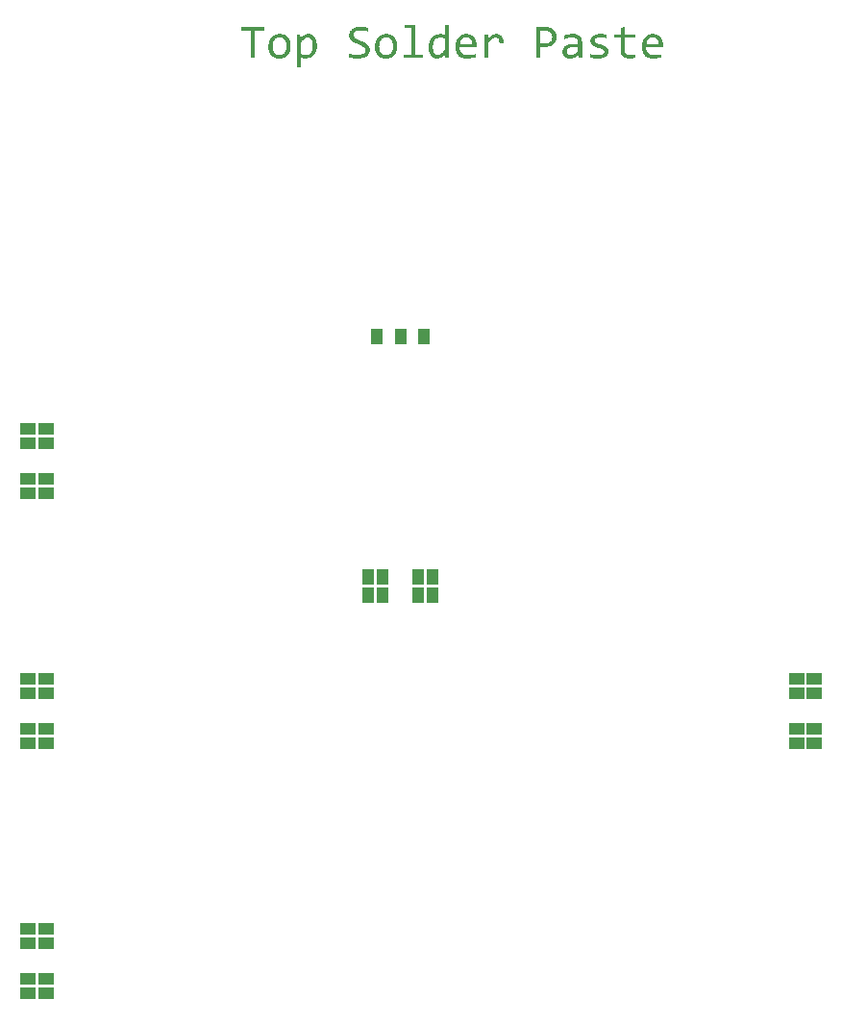
<source format=gtp>
G04*
G04 #@! TF.GenerationSoftware,Altium Limited,Altium Designer,20.0.10 (225)*
G04*
G04 Layer_Color=8421504*
%FSLAX25Y25*%
%MOIN*%
G70*
G01*
G75*
%ADD16R,0.05512X0.04331*%
%ADD17R,0.05512X0.04331*%
%ADD18R,0.05512X0.04331*%
%ADD19R,0.05512X0.04331*%
%ADD20R,0.04331X0.05512*%
%ADD21R,0.04331X0.05512*%
%ADD22R,0.05512X0.04331*%
%ADD23R,0.05512X0.04331*%
%ADD24R,0.05512X0.04331*%
%ADD25R,0.05512X0.04331*%
%ADD26R,0.04134X0.05315*%
G36*
X128328Y237279D02*
X128547Y237261D01*
X128656D01*
X128747Y237242D01*
X128947Y237224D01*
X129184Y237188D01*
X129239D01*
X129312Y237170D01*
X129385D01*
X129585Y237133D01*
X129822Y237097D01*
X129877D01*
X129949Y237078D01*
X130022Y237060D01*
X130223Y237024D01*
X130423Y236987D01*
Y235676D01*
X130387D01*
X130314Y235712D01*
X130186Y235730D01*
X130022Y235767D01*
X129840Y235803D01*
X129622Y235858D01*
X129148Y235930D01*
X129130D01*
X129039Y235949D01*
X128929Y235967D01*
X128765Y235985D01*
X128583Y236003D01*
X128364Y236022D01*
X127927Y236040D01*
X127727D01*
X127508Y236022D01*
X127235Y235985D01*
X126925Y235930D01*
X126615Y235858D01*
X126342Y235748D01*
X126087Y235603D01*
X126069Y235584D01*
X125996Y235530D01*
X125905Y235439D01*
X125795Y235311D01*
X125686Y235147D01*
X125595Y234947D01*
X125522Y234728D01*
X125504Y234473D01*
Y234455D01*
Y234400D01*
X125522Y234327D01*
X125540Y234218D01*
X125613Y233981D01*
X125668Y233854D01*
X125741Y233726D01*
X125759Y233708D01*
X125777Y233671D01*
X125832Y233617D01*
X125905Y233544D01*
X126105Y233362D01*
X126360Y233161D01*
X126378Y233143D01*
X126433Y233125D01*
X126506Y233070D01*
X126634Y233015D01*
X126761Y232943D01*
X126907Y232870D01*
X127271Y232724D01*
X127289D01*
X127362Y232687D01*
X127453Y232651D01*
X127599Y232596D01*
X127745Y232542D01*
X127909Y232469D01*
X128291Y232305D01*
X128310D01*
X128383Y232268D01*
X128492Y232232D01*
X128620Y232177D01*
X128784Y232104D01*
X128947Y232031D01*
X129330Y231849D01*
X129348Y231831D01*
X129421Y231813D01*
X129512Y231758D01*
X129640Y231685D01*
X129931Y231485D01*
X130223Y231248D01*
X130241Y231230D01*
X130296Y231193D01*
X130369Y231120D01*
X130460Y231011D01*
X130551Y230902D01*
X130660Y230756D01*
X130860Y230428D01*
X130879Y230410D01*
X130897Y230337D01*
X130933Y230246D01*
X130988Y230118D01*
X131043Y229954D01*
X131079Y229754D01*
X131097Y229554D01*
X131116Y229317D01*
Y229280D01*
Y229189D01*
X131097Y229043D01*
X131079Y228861D01*
X131043Y228661D01*
X130970Y228424D01*
X130897Y228187D01*
X130788Y227968D01*
X130770Y227950D01*
X130733Y227877D01*
X130660Y227768D01*
X130569Y227640D01*
X130441Y227495D01*
X130296Y227331D01*
X130113Y227167D01*
X129913Y227021D01*
X129895Y227003D01*
X129822Y226966D01*
X129694Y226893D01*
X129549Y226802D01*
X129348Y226711D01*
X129130Y226620D01*
X128875Y226529D01*
X128583Y226456D01*
X128547D01*
X128455Y226420D01*
X128291Y226401D01*
X128073Y226365D01*
X127818Y226329D01*
X127526Y226310D01*
X127198Y226274D01*
X126597D01*
X126451Y226292D01*
X126324D01*
X125996Y226310D01*
X125923D01*
X125850Y226329D01*
X125741D01*
X125486Y226365D01*
X125194Y226401D01*
X125121D01*
X125048Y226420D01*
X124957D01*
X124720Y226456D01*
X124465Y226493D01*
X124447D01*
X124411Y226511D01*
X124338Y226529D01*
X124265Y226547D01*
X124065Y226602D01*
X123846Y226657D01*
Y228060D01*
X123882Y228041D01*
X123955Y228023D01*
X124083Y227987D01*
X124247Y227932D01*
X124447Y227859D01*
X124684Y227804D01*
X124939Y227750D01*
X125212Y227695D01*
X125249D01*
X125340Y227677D01*
X125504Y227659D01*
X125723Y227640D01*
X125978Y227604D01*
X126269Y227586D01*
X126597Y227568D01*
X127217D01*
X127381Y227586D01*
X127563D01*
X127763Y227622D01*
X127964Y227640D01*
X128164Y227677D01*
X128182D01*
X128255Y227695D01*
X128328Y227731D01*
X128455Y227750D01*
X128711Y227859D01*
X128966Y227987D01*
X128984Y228005D01*
X129020Y228023D01*
X129075Y228078D01*
X129148Y228132D01*
X129312Y228296D01*
X129439Y228515D01*
Y228533D01*
X129458Y228570D01*
X129494Y228643D01*
X129512Y228734D01*
X129549Y228843D01*
X129567Y228971D01*
X129585Y229244D01*
Y229262D01*
Y229317D01*
X129567Y229390D01*
X129549Y229499D01*
X129476Y229736D01*
X129421Y229845D01*
X129330Y229973D01*
X129312Y229991D01*
X129294Y230027D01*
X129239Y230082D01*
X129166Y230155D01*
X129075Y230246D01*
X128966Y230337D01*
X128692Y230519D01*
X128674Y230537D01*
X128620Y230556D01*
X128547Y230610D01*
X128437Y230665D01*
X128310Y230738D01*
X128164Y230811D01*
X127800Y230975D01*
X127781Y230993D01*
X127708Y231011D01*
X127617Y231048D01*
X127472Y231102D01*
X127326Y231157D01*
X127144Y231230D01*
X126761Y231376D01*
X126743Y231394D01*
X126670Y231412D01*
X126579Y231467D01*
X126451Y231521D01*
X126287Y231594D01*
X126123Y231667D01*
X125741Y231849D01*
X125723Y231868D01*
X125650Y231904D01*
X125558Y231940D01*
X125431Y232013D01*
X125303Y232104D01*
X125139Y232195D01*
X124830Y232432D01*
X124811Y232451D01*
X124775Y232487D01*
X124702Y232560D01*
X124611Y232669D01*
X124520Y232779D01*
X124411Y232924D01*
X124210Y233234D01*
X124192Y233252D01*
X124174Y233325D01*
X124137Y233416D01*
X124101Y233544D01*
X124046Y233708D01*
X124010Y233890D01*
X123992Y234108D01*
X123973Y234327D01*
Y234345D01*
Y234418D01*
X123992Y234528D01*
X124010Y234673D01*
X124028Y234837D01*
X124065Y235019D01*
X124119Y235220D01*
X124192Y235420D01*
X124210Y235439D01*
X124229Y235511D01*
X124301Y235603D01*
X124374Y235730D01*
X124465Y235876D01*
X124593Y236040D01*
X124739Y236204D01*
X124903Y236368D01*
X124921Y236386D01*
X124994Y236441D01*
X125103Y236514D01*
X125249Y236605D01*
X125413Y236714D01*
X125631Y236823D01*
X125868Y236933D01*
X126142Y237042D01*
X126178Y237060D01*
X126287Y237078D01*
X126433Y237115D01*
X126652Y237170D01*
X126925Y237224D01*
X127235Y237261D01*
X127581Y237279D01*
X127964Y237297D01*
X128146D01*
X128328Y237279D01*
D02*
G37*
G36*
X158537Y226420D02*
X157243D01*
X157188Y227968D01*
Y227950D01*
X157170Y227932D01*
X157079Y227823D01*
X156970Y227677D01*
X156806Y227477D01*
X156605Y227276D01*
X156387Y227057D01*
X156150Y226857D01*
X155895Y226675D01*
X155858Y226657D01*
X155767Y226620D01*
X155640Y226547D01*
X155439Y226474D01*
X155221Y226401D01*
X154966Y226329D01*
X154692Y226292D01*
X154383Y226274D01*
X154273D01*
X154128Y226292D01*
X153963Y226310D01*
X153781Y226347D01*
X153563Y226401D01*
X153362Y226474D01*
X153144Y226566D01*
X153125Y226584D01*
X153052Y226620D01*
X152961Y226693D01*
X152834Y226784D01*
X152688Y226893D01*
X152542Y227039D01*
X152397Y227203D01*
X152251Y227385D01*
X152233Y227404D01*
X152196Y227477D01*
X152123Y227604D01*
X152050Y227750D01*
X151959Y227950D01*
X151868Y228169D01*
X151777Y228406D01*
X151704Y228679D01*
Y228715D01*
X151686Y228806D01*
X151650Y228971D01*
X151631Y229171D01*
X151595Y229426D01*
X151558Y229717D01*
X151540Y230027D01*
Y230355D01*
Y230373D01*
Y230410D01*
Y230465D01*
Y230537D01*
X151558Y230720D01*
X151577Y230975D01*
X151613Y231266D01*
X151650Y231576D01*
X151723Y231904D01*
X151814Y232214D01*
Y232232D01*
X151832Y232250D01*
X151868Y232359D01*
X151941Y232505D01*
X152032Y232687D01*
X152141Y232906D01*
X152287Y233143D01*
X152451Y233380D01*
X152633Y233598D01*
X152652Y233617D01*
X152725Y233689D01*
X152834Y233799D01*
X152998Y233926D01*
X153180Y234054D01*
X153399Y234200D01*
X153636Y234327D01*
X153909Y234455D01*
X153945Y234473D01*
X154036Y234509D01*
X154200Y234546D01*
X154401Y234600D01*
X154638Y234655D01*
X154929Y234710D01*
X155239Y234728D01*
X155567Y234746D01*
X155804D01*
X156059Y234728D01*
X156332Y234692D01*
X156350D01*
X156405Y234673D01*
X156478D01*
X156569Y234655D01*
X156824Y234600D01*
X157097Y234528D01*
Y238008D01*
X158537D01*
Y226420D01*
D02*
G37*
G36*
X211521Y234783D02*
X211703D01*
X212122Y234746D01*
X212140D01*
X212231Y234728D01*
X212340D01*
X212504Y234710D01*
X212687Y234673D01*
X212887Y234655D01*
X213124Y234600D01*
X213361Y234564D01*
Y233289D01*
X213324D01*
X213251Y233325D01*
X213124Y233343D01*
X212942Y233380D01*
X212759Y233416D01*
X212541Y233453D01*
X212085Y233525D01*
X212067D01*
X211976Y233544D01*
X211867Y233562D01*
X211721Y233580D01*
X211557D01*
X211393Y233598D01*
X211029Y233617D01*
X210846D01*
X210719Y233598D01*
X210427Y233580D01*
X210136Y233525D01*
X210118D01*
X210081Y233507D01*
X210008Y233489D01*
X209917Y233471D01*
X209735Y233380D01*
X209535Y233289D01*
X209498Y233270D01*
X209407Y233198D01*
X209316Y233088D01*
X209225Y232961D01*
X209207Y232924D01*
X209188Y232833D01*
X209152Y232706D01*
X209134Y232542D01*
Y232523D01*
Y232505D01*
X209152Y232414D01*
X209170Y232287D01*
X209207Y232141D01*
X209225Y232104D01*
X209279Y232031D01*
X209389Y231922D01*
X209535Y231795D01*
X209553D01*
X209571Y231758D01*
X209626Y231740D01*
X209699Y231685D01*
X209808Y231631D01*
X209917Y231576D01*
X210045Y231521D01*
X210190Y231448D01*
X210209D01*
X210263Y231412D01*
X210354Y231394D01*
X210482Y231339D01*
X210646Y231284D01*
X210828Y231230D01*
X211029Y231175D01*
X211265Y231102D01*
X211302Y231084D01*
X211393Y231066D01*
X211521Y231029D01*
X211703Y230957D01*
X211903Y230902D01*
X212104Y230811D01*
X212304Y230738D01*
X212504Y230647D01*
X212523Y230628D01*
X212596Y230610D01*
X212668Y230556D01*
X212796Y230501D01*
X213051Y230319D01*
X213306Y230118D01*
X213324Y230100D01*
X213361Y230064D01*
X213415Y230009D01*
X213488Y229936D01*
X213634Y229736D01*
X213707Y229608D01*
X213761Y229481D01*
Y229462D01*
X213780Y229426D01*
X213816Y229335D01*
X213834Y229244D01*
X213871Y229116D01*
X213889Y228989D01*
X213907Y228661D01*
Y228643D01*
Y228588D01*
Y228497D01*
X213889Y228406D01*
X213834Y228151D01*
X213743Y227877D01*
Y227859D01*
X213725Y227823D01*
X213689Y227750D01*
X213634Y227677D01*
X213507Y227477D01*
X213342Y227258D01*
X213324Y227240D01*
X213306Y227221D01*
X213251Y227167D01*
X213178Y227112D01*
X212978Y226966D01*
X212741Y226802D01*
X212723D01*
X212687Y226766D01*
X212614Y226748D01*
X212523Y226693D01*
X212304Y226602D01*
X212031Y226511D01*
X212012D01*
X211976Y226493D01*
X211885Y226474D01*
X211794Y226456D01*
X211684Y226420D01*
X211539Y226401D01*
X211247Y226347D01*
X211229D01*
X211174Y226329D01*
X211101D01*
X210992Y226310D01*
X210755Y226292D01*
X210464Y226274D01*
X210154D01*
X209954Y226292D01*
X209717D01*
X209462Y226310D01*
X208915Y226347D01*
X208879D01*
X208806Y226365D01*
X208660Y226383D01*
X208496Y226401D01*
X208277Y226438D01*
X208059Y226474D01*
X207567Y226584D01*
Y227895D01*
X207603D01*
X207694Y227859D01*
X207822Y227823D01*
X208004Y227768D01*
X208223Y227713D01*
X208459Y227659D01*
X208988Y227568D01*
X209024D01*
X209116Y227549D01*
X209243Y227531D01*
X209425D01*
X209644Y227513D01*
X209881Y227495D01*
X210409Y227477D01*
X210573D01*
X210755Y227495D01*
X210974Y227513D01*
X211229Y227549D01*
X211484Y227586D01*
X211721Y227659D01*
X211921Y227750D01*
X211940Y227768D01*
X211994Y227804D01*
X212085Y227859D01*
X212176Y227950D01*
X212267Y228060D01*
X212359Y228205D01*
X212413Y228369D01*
X212432Y228552D01*
Y228570D01*
Y228588D01*
X212413Y228679D01*
X212395Y228806D01*
X212340Y228934D01*
X212322Y228971D01*
X212286Y229043D01*
X212195Y229153D01*
X212049Y229280D01*
X212012Y229317D01*
X211958Y229335D01*
X211903Y229390D01*
X211812Y229426D01*
X211703Y229481D01*
X211557Y229554D01*
X211411Y229608D01*
X211393D01*
X211338Y229645D01*
X211247Y229681D01*
X211101Y229736D01*
X210937Y229790D01*
X210737Y229863D01*
X210518Y229936D01*
X210245Y230009D01*
X210227D01*
X210154Y230046D01*
X210045Y230064D01*
X209917Y230118D01*
X209753Y230173D01*
X209589Y230228D01*
X209225Y230374D01*
X209207Y230392D01*
X209152Y230410D01*
X209061Y230465D01*
X208951Y230519D01*
X208678Y230665D01*
X208405Y230865D01*
X208387Y230884D01*
X208350Y230920D01*
X208277Y230975D01*
X208204Y231066D01*
X208022Y231266D01*
X207858Y231540D01*
Y231558D01*
X207822Y231612D01*
X207804Y231685D01*
X207767Y231795D01*
X207731Y231922D01*
X207713Y232086D01*
X207676Y232268D01*
Y232451D01*
Y232469D01*
Y232505D01*
Y232578D01*
X207694Y232669D01*
X207713Y232779D01*
X207731Y232906D01*
X207822Y233198D01*
Y233216D01*
X207858Y233270D01*
X207895Y233343D01*
X207949Y233453D01*
X208022Y233562D01*
X208113Y233689D01*
X208241Y233835D01*
X208368Y233963D01*
X208387Y233981D01*
X208441Y234017D01*
X208532Y234090D01*
X208642Y234181D01*
X208787Y234273D01*
X208970Y234364D01*
X209170Y234473D01*
X209407Y234564D01*
X209443Y234582D01*
X209535Y234600D01*
X209662Y234637D01*
X209862Y234692D01*
X210099Y234728D01*
X210373Y234765D01*
X210701Y234783D01*
X211047Y234801D01*
X211375D01*
X211521Y234783D01*
D02*
G37*
G36*
X110199Y234783D02*
X110363Y234764D01*
X110564Y234728D01*
X110764Y234673D01*
X110983Y234600D01*
X111183Y234491D01*
X111201Y234473D01*
X111274Y234436D01*
X111365Y234364D01*
X111493Y234273D01*
X111638Y234163D01*
X111784Y234017D01*
X111930Y233854D01*
X112076Y233653D01*
X112094Y233635D01*
X112130Y233562D01*
X112203Y233453D01*
X112276Y233289D01*
X112367Y233106D01*
X112458Y232888D01*
X112549Y232633D01*
X112622Y232359D01*
Y232323D01*
X112659Y232232D01*
X112677Y232068D01*
X112713Y231868D01*
X112750Y231631D01*
X112768Y231339D01*
X112804Y231029D01*
Y230683D01*
Y230665D01*
Y230628D01*
Y230574D01*
Y230501D01*
X112786Y230282D01*
X112768Y230027D01*
X112732Y229717D01*
X112677Y229408D01*
X112604Y229080D01*
X112495Y228752D01*
X112477Y228715D01*
X112440Y228624D01*
X112367Y228479D01*
X112276Y228278D01*
X112149Y228078D01*
X112003Y227841D01*
X111839Y227622D01*
X111638Y227404D01*
X111620Y227385D01*
X111547Y227312D01*
X111420Y227221D01*
X111274Y227094D01*
X111092Y226966D01*
X110855Y226820D01*
X110618Y226693D01*
X110345Y226584D01*
X110308Y226566D01*
X110217Y226547D01*
X110072Y226511D01*
X109871Y226456D01*
X109634Y226401D01*
X109361Y226365D01*
X109069Y226347D01*
X108760Y226329D01*
X108505D01*
X108268Y226347D01*
X107976Y226383D01*
X107903D01*
X107831Y226401D01*
X107739Y226420D01*
X107612D01*
X107484Y226438D01*
X107193Y226493D01*
Y223049D01*
X105772D01*
Y234655D01*
X107029D01*
X107120Y233270D01*
Y233289D01*
X107156Y233307D01*
X107229Y233416D01*
X107357Y233562D01*
X107521Y233726D01*
X107721Y233926D01*
X107940Y234127D01*
X108177Y234309D01*
X108432Y234455D01*
X108468Y234473D01*
X108559Y234509D01*
X108687Y234564D01*
X108887Y234637D01*
X109106Y234692D01*
X109361Y234746D01*
X109652Y234783D01*
X109944Y234801D01*
X110072D01*
X110199Y234783D01*
D02*
G37*
G36*
X175190Y234783D02*
X175281D01*
X175408Y234765D01*
X175700Y234692D01*
X176010Y234600D01*
X176320Y234455D01*
X176629Y234236D01*
X176775Y234109D01*
X176902Y233963D01*
X176939Y233926D01*
X176957Y233872D01*
X177012Y233817D01*
X177048Y233726D01*
X177103Y233617D01*
X177176Y233489D01*
X177230Y233343D01*
X177285Y233179D01*
X177340Y233015D01*
X177394Y232815D01*
X177449Y232596D01*
X177486Y232341D01*
X177504Y232086D01*
X177522Y231813D01*
Y231521D01*
X176083D01*
Y231540D01*
Y231576D01*
Y231631D01*
Y231703D01*
X176064Y231886D01*
X176046Y232104D01*
X176010Y232359D01*
X175955Y232614D01*
X175864Y232870D01*
X175755Y233070D01*
X175736Y233088D01*
X175700Y233143D01*
X175609Y233234D01*
X175499Y233325D01*
X175354Y233398D01*
X175190Y233489D01*
X174989Y233544D01*
X174752Y233562D01*
X174643D01*
X174589Y233544D01*
X174406Y233525D01*
X174188Y233453D01*
X174170D01*
X174133Y233434D01*
X174078Y233416D01*
X174005Y233380D01*
X173805Y233270D01*
X173586Y233125D01*
X173568Y233106D01*
X173532Y233088D01*
X173477Y233034D01*
X173386Y232979D01*
X173186Y232779D01*
X172931Y232542D01*
X172912Y232523D01*
X172876Y232487D01*
X172803Y232414D01*
X172712Y232305D01*
X172603Y232177D01*
X172475Y232050D01*
X172347Y231886D01*
X172202Y231703D01*
Y226420D01*
X170762D01*
Y234655D01*
X172056D01*
X172092Y233125D01*
Y233143D01*
X172129Y233161D01*
X172220Y233270D01*
X172366Y233416D01*
X172548Y233617D01*
X172767Y233817D01*
X173003Y234036D01*
X173258Y234236D01*
X173532Y234400D01*
X173568Y234418D01*
X173659Y234455D01*
X173787Y234528D01*
X173987Y234600D01*
X174188Y234673D01*
X174443Y234746D01*
X174698Y234783D01*
X174971Y234801D01*
X175099D01*
X175190Y234783D01*
D02*
G37*
G36*
X201955D02*
X202155Y234765D01*
X202392Y234728D01*
X202848Y234637D01*
X202866D01*
X202957Y234600D01*
X203066Y234564D01*
X203194Y234509D01*
X203358Y234436D01*
X203522Y234345D01*
X203686Y234254D01*
X203850Y234127D01*
X203868Y234109D01*
X203923Y234072D01*
X203996Y233999D01*
X204087Y233908D01*
X204196Y233781D01*
X204305Y233635D01*
X204397Y233471D01*
X204488Y233289D01*
X204506Y233270D01*
X204524Y233198D01*
X204560Y233088D01*
X204615Y232943D01*
X204651Y232779D01*
X204688Y232560D01*
X204706Y232341D01*
X204724Y232086D01*
Y226420D01*
X203431D01*
X203394Y227513D01*
X203358Y227477D01*
X203285Y227404D01*
X203139Y227294D01*
X202975Y227149D01*
X202757Y227003D01*
X202538Y226839D01*
X202283Y226693D01*
X202028Y226566D01*
X201991Y226547D01*
X201900Y226529D01*
X201773Y226474D01*
X201591Y226420D01*
X201372Y226365D01*
X201117Y226329D01*
X200862Y226292D01*
X200570Y226274D01*
X200461D01*
X200333Y226292D01*
X200169D01*
X199969Y226310D01*
X199769Y226347D01*
X199368Y226438D01*
X199349D01*
X199295Y226474D01*
X199204Y226511D01*
X199076Y226566D01*
X198821Y226729D01*
X198548Y226930D01*
X198530Y226948D01*
X198493Y226985D01*
X198439Y227057D01*
X198366Y227149D01*
X198293Y227258D01*
X198202Y227385D01*
X198074Y227677D01*
Y227695D01*
X198056Y227750D01*
X198038Y227841D01*
X198001Y227950D01*
X197983Y228096D01*
X197947Y228260D01*
X197928Y228606D01*
Y228624D01*
Y228661D01*
Y228734D01*
X197947Y228806D01*
X197965Y228916D01*
X197983Y229043D01*
X198038Y229317D01*
X198147Y229626D01*
X198311Y229954D01*
X198420Y230118D01*
X198548Y230264D01*
X198675Y230410D01*
X198839Y230556D01*
X198858D01*
X198876Y230592D01*
X198931Y230628D01*
X199022Y230665D01*
X199113Y230720D01*
X199222Y230774D01*
X199368Y230847D01*
X199532Y230920D01*
X199714Y230975D01*
X199914Y231048D01*
X200133Y231102D01*
X200388Y231157D01*
X200643Y231193D01*
X200935Y231230D01*
X201244Y231266D01*
X203285D01*
Y231977D01*
Y232013D01*
Y232104D01*
X203267Y232232D01*
X203230Y232396D01*
X203176Y232578D01*
X203085Y232779D01*
X202975Y232961D01*
X202811Y233143D01*
X202793Y233161D01*
X202720Y233216D01*
X202611Y233289D01*
X202465Y233362D01*
X202265Y233434D01*
X202010Y233507D01*
X201718Y233562D01*
X201390Y233580D01*
X201135D01*
X200953Y233562D01*
X200734Y233544D01*
X200516Y233507D01*
X200005Y233416D01*
X199969D01*
X199896Y233380D01*
X199750Y233343D01*
X199586Y233307D01*
X199368Y233234D01*
X199131Y233161D01*
X198876Y233070D01*
X198621Y232979D01*
Y234273D01*
X198639D01*
X198675Y234291D01*
X198712Y234309D01*
X198785Y234327D01*
X198967Y234382D01*
X199204Y234455D01*
X199222D01*
X199258Y234473D01*
X199331Y234491D01*
X199422Y234509D01*
X199659Y234564D01*
X199914Y234619D01*
X199933D01*
X199987Y234637D01*
X200060Y234655D01*
X200151Y234673D01*
X200260Y234692D01*
X200388Y234710D01*
X200680Y234746D01*
X200698D01*
X200752Y234765D01*
X200825D01*
X200935Y234783D01*
X201062D01*
X201190Y234801D01*
X201773D01*
X201955Y234783D01*
D02*
G37*
G36*
X192390Y237115D02*
X192626Y237097D01*
X192881Y237060D01*
X193428Y236951D01*
X193465D01*
X193556Y236914D01*
X193683Y236878D01*
X193865Y236805D01*
X194066Y236732D01*
X194266Y236623D01*
X194485Y236514D01*
X194703Y236368D01*
X194722Y236350D01*
X194794Y236295D01*
X194904Y236222D01*
X195031Y236094D01*
X195177Y235949D01*
X195323Y235785D01*
X195469Y235584D01*
X195596Y235366D01*
X195614Y235329D01*
X195651Y235256D01*
X195705Y235129D01*
X195760Y234947D01*
X195815Y234728D01*
X195870Y234473D01*
X195906Y234181D01*
X195924Y233854D01*
Y233817D01*
Y233744D01*
X195906Y233617D01*
X195888Y233453D01*
X195870Y233252D01*
X195815Y233015D01*
X195760Y232779D01*
X195669Y232542D01*
X195651Y232505D01*
X195633Y232432D01*
X195560Y232305D01*
X195487Y232159D01*
X195378Y231977D01*
X195250Y231795D01*
X195086Y231594D01*
X194904Y231394D01*
X194886Y231376D01*
X194813Y231303D01*
X194703Y231212D01*
X194558Y231102D01*
X194357Y230975D01*
X194139Y230829D01*
X193884Y230701D01*
X193592Y230574D01*
X193556Y230556D01*
X193446Y230519D01*
X193282Y230483D01*
X193045Y230428D01*
X192772Y230355D01*
X192444Y230319D01*
X192061Y230282D01*
X191661Y230264D01*
X190349D01*
Y226420D01*
X188891D01*
Y237133D01*
X192189D01*
X192390Y237115D01*
D02*
G37*
G36*
X146949Y227604D02*
X149408D01*
Y226420D01*
X142813D01*
Y227604D01*
X145509D01*
Y236842D01*
X143086D01*
Y238008D01*
X146949D01*
Y227604D01*
D02*
G37*
G36*
X94512Y235894D02*
X91341D01*
Y226420D01*
X89865D01*
Y235894D01*
X86695D01*
Y237133D01*
X94512D01*
Y235894D01*
D02*
G37*
G36*
X219537Y234655D02*
X223254D01*
Y233453D01*
X219537D01*
Y229262D01*
Y229244D01*
Y229226D01*
Y229116D01*
X219555Y228971D01*
X219592Y228770D01*
X219647Y228552D01*
X219738Y228333D01*
X219847Y228132D01*
X220011Y227950D01*
X220029Y227932D01*
X220102Y227877D01*
X220211Y227804D01*
X220357Y227732D01*
X220558Y227659D01*
X220795Y227586D01*
X221068Y227531D01*
X221396Y227513D01*
X221651D01*
X221778Y227531D01*
X221942D01*
X222270Y227568D01*
X222288D01*
X222361Y227586D01*
X222452D01*
X222580Y227622D01*
X222726Y227641D01*
X222890Y227677D01*
X223254Y227768D01*
Y226529D01*
X223236D01*
X223163Y226511D01*
X223072Y226493D01*
X222944Y226474D01*
X222780Y226438D01*
X222617Y226420D01*
X222234Y226365D01*
X222143D01*
X222052Y226347D01*
X221906D01*
X221760Y226329D01*
X221578D01*
X221195Y226310D01*
X221049D01*
X220940Y226329D01*
X220813D01*
X220667Y226347D01*
X220321Y226401D01*
X219956Y226474D01*
X219574Y226602D01*
X219209Y226766D01*
X219027Y226875D01*
X218881Y227003D01*
X218845Y227039D01*
X218754Y227130D01*
X218644Y227294D01*
X218499Y227531D01*
X218353Y227841D01*
X218244Y228205D01*
X218153Y228643D01*
X218116Y229153D01*
Y233453D01*
X215820D01*
Y234655D01*
X218116D01*
Y236914D01*
X219537Y237297D01*
Y234655D01*
D02*
G37*
G36*
X229558Y234783D02*
X229759Y234765D01*
X229996Y234728D01*
X230251Y234692D01*
X230506Y234619D01*
X230761Y234528D01*
X230797Y234509D01*
X230870Y234473D01*
X230998Y234418D01*
X231162Y234327D01*
X231326Y234218D01*
X231526Y234090D01*
X231708Y233926D01*
X231891Y233744D01*
X231909Y233726D01*
X231963Y233653D01*
X232054Y233544D01*
X232146Y233416D01*
X232255Y233234D01*
X232382Y233034D01*
X232492Y232797D01*
X232583Y232542D01*
X232601Y232505D01*
X232619Y232414D01*
X232656Y232268D01*
X232710Y232086D01*
X232747Y231849D01*
X232783Y231594D01*
X232802Y231303D01*
X232820Y230975D01*
Y230957D01*
Y230920D01*
Y230865D01*
Y230792D01*
Y230628D01*
X232802Y230446D01*
Y230410D01*
Y230319D01*
Y230209D01*
X232783Y230082D01*
X227008Y230082D01*
Y230064D01*
Y230027D01*
Y229954D01*
X227026Y229882D01*
Y229772D01*
X227044Y229645D01*
X227099Y229353D01*
X227171Y229043D01*
X227299Y228715D01*
X227463Y228406D01*
X227700Y228132D01*
X227736Y228096D01*
X227827Y228023D01*
X227991Y227914D01*
X228228Y227804D01*
X228520Y227677D01*
X228866Y227568D01*
X229267Y227495D01*
X229741Y227458D01*
X230196D01*
X230451Y227477D01*
X230506D01*
X230579Y227495D01*
X230670D01*
X230907Y227531D01*
X231143Y227549D01*
X231162D01*
X231198Y227568D01*
X231271D01*
X231362Y227586D01*
X231562Y227622D01*
X231799Y227659D01*
X231818D01*
X231854Y227677D01*
X231909Y227695D01*
X231982Y227713D01*
X232182Y227750D01*
X232382Y227804D01*
Y226638D01*
X232364D01*
X232273Y226620D01*
X232164Y226584D01*
X232000Y226547D01*
X231799Y226511D01*
X231581Y226456D01*
X231326Y226420D01*
X231052Y226383D01*
X231016D01*
X230925Y226365D01*
X230779Y226347D01*
X230597Y226329D01*
X230360Y226310D01*
X230105Y226292D01*
X229832Y226274D01*
X229358Y226274D01*
X229157Y226292D01*
X228921Y226310D01*
X228629Y226347D01*
X228319Y226383D01*
X228010Y226456D01*
X227718Y226547D01*
X227682Y226566D01*
X227590Y226602D01*
X227445Y226675D01*
X227281Y226766D01*
X227080Y226875D01*
X226862Y227021D01*
X226661Y227185D01*
X226461Y227385D01*
X226443Y227404D01*
X226388Y227477D01*
X226297Y227604D01*
X226188Y227750D01*
X226060Y227950D01*
X225951Y228169D01*
X225823Y228442D01*
X225732Y228715D01*
Y228734D01*
Y228752D01*
X225696Y228861D01*
X225659Y229025D01*
X225623Y229244D01*
X225586Y229517D01*
X225550Y229809D01*
X225532Y230155D01*
X225514Y230519D01*
Y230537D01*
Y230556D01*
Y230665D01*
X225532Y230829D01*
X225550Y231048D01*
X225568Y231284D01*
X225623Y231558D01*
X225677Y231849D01*
X225750Y232141D01*
Y232159D01*
X225768Y232177D01*
X225805Y232268D01*
X225860Y232414D01*
X225933Y232614D01*
X226042Y232815D01*
X226169Y233052D01*
X226315Y233289D01*
X226479Y233507D01*
X226497Y233525D01*
X226570Y233598D01*
X226679Y233708D01*
X226807Y233854D01*
X226989Y233999D01*
X227190Y234163D01*
X227408Y234309D01*
X227663Y234455D01*
X227700Y234473D01*
X227791Y234509D01*
X227937Y234564D01*
X228119Y234637D01*
X228356Y234692D01*
X228629Y234746D01*
X228921Y234783D01*
X229248Y234801D01*
X229394D01*
X229558Y234783D01*
D02*
G37*
G36*
X164895Y234783D02*
X165096Y234765D01*
X165333Y234728D01*
X165588Y234692D01*
X165843Y234619D01*
X166098Y234528D01*
X166135Y234509D01*
X166207Y234473D01*
X166335Y234418D01*
X166499Y234327D01*
X166663Y234218D01*
X166863Y234090D01*
X167045Y233926D01*
X167228Y233744D01*
X167246Y233726D01*
X167300Y233653D01*
X167392Y233544D01*
X167483Y233416D01*
X167592Y233234D01*
X167720Y233034D01*
X167829Y232797D01*
X167920Y232542D01*
X167938Y232505D01*
X167956Y232414D01*
X167993Y232268D01*
X168048Y232086D01*
X168084Y231849D01*
X168121Y231594D01*
X168139Y231303D01*
X168157Y230975D01*
Y230957D01*
Y230920D01*
Y230865D01*
Y230792D01*
Y230628D01*
X168139Y230446D01*
Y230410D01*
Y230319D01*
Y230209D01*
X168121Y230082D01*
X162345D01*
Y230064D01*
Y230027D01*
Y229954D01*
X162363Y229882D01*
Y229772D01*
X162381Y229645D01*
X162436Y229353D01*
X162509Y229043D01*
X162636Y228715D01*
X162800Y228406D01*
X163037Y228132D01*
X163074Y228096D01*
X163165Y228023D01*
X163329Y227914D01*
X163566Y227804D01*
X163857Y227677D01*
X164203Y227568D01*
X164604Y227495D01*
X165078Y227458D01*
X165533D01*
X165788Y227477D01*
X165843D01*
X165916Y227495D01*
X166007D01*
X166244Y227531D01*
X166481Y227549D01*
X166499D01*
X166535Y227568D01*
X166608D01*
X166699Y227586D01*
X166900Y227622D01*
X167137Y227659D01*
X167155D01*
X167191Y227677D01*
X167246Y227695D01*
X167319Y227713D01*
X167519Y227750D01*
X167720Y227804D01*
Y226638D01*
X167701D01*
X167610Y226620D01*
X167501Y226584D01*
X167337Y226547D01*
X167137Y226511D01*
X166918Y226456D01*
X166663Y226420D01*
X166390Y226383D01*
X166353D01*
X166262Y226365D01*
X166116Y226347D01*
X165934Y226329D01*
X165697Y226310D01*
X165442Y226292D01*
X165169Y226274D01*
X164695D01*
X164495Y226292D01*
X164258Y226310D01*
X163966Y226347D01*
X163656Y226383D01*
X163347Y226456D01*
X163055Y226547D01*
X163019Y226566D01*
X162928Y226602D01*
X162782Y226675D01*
X162618Y226766D01*
X162418Y226875D01*
X162199Y227021D01*
X161998Y227185D01*
X161798Y227385D01*
X161780Y227404D01*
X161725Y227477D01*
X161634Y227604D01*
X161525Y227750D01*
X161397Y227950D01*
X161288Y228169D01*
X161160Y228442D01*
X161069Y228715D01*
Y228734D01*
Y228752D01*
X161033Y228861D01*
X160996Y229025D01*
X160960Y229244D01*
X160924Y229517D01*
X160887Y229809D01*
X160869Y230155D01*
X160851Y230519D01*
Y230537D01*
Y230556D01*
Y230665D01*
X160869Y230829D01*
X160887Y231048D01*
X160905Y231284D01*
X160960Y231558D01*
X161015Y231849D01*
X161088Y232141D01*
Y232159D01*
X161106Y232177D01*
X161142Y232268D01*
X161197Y232414D01*
X161270Y232614D01*
X161379Y232815D01*
X161507Y233052D01*
X161652Y233289D01*
X161816Y233507D01*
X161835Y233525D01*
X161907Y233598D01*
X162017Y233708D01*
X162144Y233854D01*
X162327Y233999D01*
X162527Y234163D01*
X162746Y234309D01*
X163001Y234455D01*
X163037Y234473D01*
X163128Y234509D01*
X163274Y234564D01*
X163456Y234637D01*
X163693Y234692D01*
X163966Y234746D01*
X164258Y234783D01*
X164586Y234801D01*
X164732D01*
X164895Y234783D01*
D02*
G37*
G36*
X137183D02*
X137383Y234765D01*
X137638Y234728D01*
X137893Y234673D01*
X138167Y234600D01*
X138440Y234509D01*
X138477Y234491D01*
X138568Y234455D01*
X138695Y234400D01*
X138859Y234309D01*
X139041Y234200D01*
X139242Y234054D01*
X139442Y233890D01*
X139624Y233708D01*
X139643Y233689D01*
X139697Y233617D01*
X139788Y233507D01*
X139898Y233343D01*
X140025Y233161D01*
X140153Y232924D01*
X140262Y232669D01*
X140371Y232396D01*
X140390Y232359D01*
X140408Y232250D01*
X140463Y232086D01*
X140517Y231886D01*
X140554Y231612D01*
X140608Y231303D01*
X140627Y230957D01*
X140645Y230592D01*
Y230574D01*
Y230556D01*
Y230501D01*
Y230428D01*
X140627Y230246D01*
X140608Y230009D01*
X140572Y229736D01*
X140535Y229444D01*
X140463Y229134D01*
X140371Y228825D01*
X140353Y228788D01*
X140317Y228697D01*
X140262Y228551D01*
X140171Y228369D01*
X140062Y228151D01*
X139934Y227914D01*
X139770Y227677D01*
X139588Y227458D01*
X139570Y227440D01*
X139497Y227367D01*
X139388Y227258D01*
X139242Y227130D01*
X139059Y227003D01*
X138859Y226857D01*
X138604Y226711D01*
X138349Y226584D01*
X138312Y226566D01*
X138221Y226529D01*
X138076Y226493D01*
X137875Y226438D01*
X137620Y226365D01*
X137347Y226329D01*
X137037Y226292D01*
X136691Y226274D01*
X136545D01*
X136363Y226292D01*
X136163Y226310D01*
X135907Y226347D01*
X135634Y226383D01*
X135361Y226456D01*
X135088Y226547D01*
X135051Y226566D01*
X134978Y226602D01*
X134851Y226657D01*
X134687Y226748D01*
X134486Y226857D01*
X134304Y227003D01*
X134104Y227167D01*
X133903Y227349D01*
X133885Y227367D01*
X133830Y227440D01*
X133739Y227549D01*
X133630Y227713D01*
X133521Y227895D01*
X133393Y228132D01*
X133284Y228387D01*
X133175Y228661D01*
Y228679D01*
X133156Y228697D01*
X133138Y228806D01*
X133102Y228971D01*
X133047Y229189D01*
X132992Y229462D01*
X132956Y229772D01*
X132938Y230118D01*
X132919Y230483D01*
Y230501D01*
Y230519D01*
Y230574D01*
Y230647D01*
X132938Y230829D01*
X132956Y231048D01*
X132974Y231321D01*
X133029Y231612D01*
X133083Y231922D01*
X133175Y232214D01*
Y232232D01*
X133193Y232250D01*
X133229Y232341D01*
X133284Y232505D01*
X133375Y232687D01*
X133484Y232906D01*
X133630Y233125D01*
X133776Y233362D01*
X133958Y233580D01*
X133976Y233598D01*
X134049Y233671D01*
X134158Y233781D01*
X134304Y233908D01*
X134486Y234054D01*
X134705Y234200D01*
X134942Y234345D01*
X135197Y234473D01*
X135233Y234491D01*
X135325Y234528D01*
X135470Y234582D01*
X135671Y234637D01*
X135926Y234692D01*
X136199Y234746D01*
X136509Y234783D01*
X136855Y234801D01*
X137001D01*
X137183Y234783D01*
D02*
G37*
G36*
X100233Y234783D02*
X100433Y234764D01*
X100688Y234728D01*
X100943Y234673D01*
X101217Y234600D01*
X101490Y234509D01*
X101526Y234491D01*
X101617Y234455D01*
X101745Y234400D01*
X101909Y234309D01*
X102091Y234200D01*
X102292Y234054D01*
X102492Y233890D01*
X102674Y233708D01*
X102692Y233689D01*
X102747Y233617D01*
X102838Y233507D01*
X102947Y233343D01*
X103075Y233161D01*
X103203Y232924D01*
X103312Y232669D01*
X103421Y232396D01*
X103439Y232359D01*
X103458Y232250D01*
X103512Y232086D01*
X103567Y231886D01*
X103603Y231612D01*
X103658Y231303D01*
X103676Y230957D01*
X103694Y230592D01*
Y230574D01*
Y230556D01*
Y230501D01*
Y230428D01*
X103676Y230246D01*
X103658Y230009D01*
X103622Y229736D01*
X103585Y229444D01*
X103512Y229134D01*
X103421Y228825D01*
X103403Y228788D01*
X103367Y228697D01*
X103312Y228551D01*
X103221Y228369D01*
X103112Y228151D01*
X102984Y227914D01*
X102820Y227677D01*
X102638Y227458D01*
X102620Y227440D01*
X102547Y227367D01*
X102437Y227258D01*
X102292Y227130D01*
X102109Y227003D01*
X101909Y226857D01*
X101654Y226711D01*
X101399Y226584D01*
X101362Y226566D01*
X101271Y226529D01*
X101126Y226493D01*
X100925Y226438D01*
X100670Y226365D01*
X100397Y226329D01*
X100087Y226292D01*
X99741Y226274D01*
X99595D01*
X99413Y226292D01*
X99212Y226310D01*
X98957Y226347D01*
X98684Y226383D01*
X98411Y226456D01*
X98137Y226547D01*
X98101Y226566D01*
X98028Y226602D01*
X97901Y226657D01*
X97737Y226748D01*
X97536Y226857D01*
X97354Y227003D01*
X97154Y227167D01*
X96953Y227349D01*
X96935Y227367D01*
X96880Y227440D01*
X96789Y227549D01*
X96680Y227713D01*
X96570Y227895D01*
X96443Y228132D01*
X96334Y228387D01*
X96224Y228661D01*
Y228679D01*
X96206Y228697D01*
X96188Y228806D01*
X96151Y228971D01*
X96097Y229189D01*
X96042Y229462D01*
X96006Y229772D01*
X95987Y230118D01*
X95969Y230483D01*
Y230501D01*
Y230519D01*
Y230574D01*
Y230647D01*
X95987Y230829D01*
X96006Y231048D01*
X96024Y231321D01*
X96079Y231612D01*
X96133Y231922D01*
X96224Y232214D01*
Y232232D01*
X96243Y232250D01*
X96279Y232341D01*
X96334Y232505D01*
X96425Y232687D01*
X96534Y232906D01*
X96680Y233125D01*
X96826Y233362D01*
X97008Y233580D01*
X97026Y233598D01*
X97099Y233671D01*
X97208Y233781D01*
X97354Y233908D01*
X97536Y234054D01*
X97755Y234200D01*
X97992Y234345D01*
X98247Y234473D01*
X98283Y234491D01*
X98374Y234528D01*
X98520Y234582D01*
X98721Y234637D01*
X98975Y234692D01*
X99249Y234746D01*
X99559Y234783D01*
X99905Y234801D01*
X100050D01*
X100233Y234783D01*
D02*
G37*
%LPC*%
G36*
X155457Y233562D02*
X155348D01*
X155257Y233544D01*
X155057Y233525D01*
X154802Y233471D01*
X154492Y233380D01*
X154200Y233234D01*
X153909Y233052D01*
X153636Y232797D01*
X153617Y232760D01*
X153544Y232651D01*
X153490Y232578D01*
X153435Y232469D01*
X153381Y232359D01*
X153326Y232232D01*
X153253Y232068D01*
X153198Y231904D01*
X153144Y231703D01*
X153107Y231485D01*
X153052Y231266D01*
X153034Y231011D01*
X152998Y230738D01*
Y230446D01*
Y230428D01*
Y230373D01*
Y230301D01*
Y230209D01*
X153016Y230082D01*
Y229936D01*
X153052Y229608D01*
X153107Y229244D01*
X153180Y228879D01*
X153289Y228533D01*
X153435Y228223D01*
X153453Y228187D01*
X153508Y228114D01*
X153617Y227987D01*
X153763Y227859D01*
X153927Y227731D01*
X154146Y227604D01*
X154383Y227531D01*
X154674Y227495D01*
X154765D01*
X154875Y227513D01*
X155020Y227549D01*
X155202Y227604D01*
X155385Y227695D01*
X155603Y227804D01*
X155822Y227968D01*
X155858Y227987D01*
X155931Y228060D01*
X156041Y228169D01*
X156205Y228333D01*
X156405Y228533D01*
X156605Y228788D01*
X156842Y229080D01*
X157097Y229408D01*
Y233216D01*
X157079D01*
X157043Y233252D01*
X156952Y233270D01*
X156860Y233307D01*
X156751Y233343D01*
X156605Y233398D01*
X156296Y233471D01*
X156277D01*
X156223Y233489D01*
X156150Y233507D01*
X156041Y233525D01*
X155913D01*
X155767Y233544D01*
X155457Y233562D01*
D02*
G37*
G36*
X109817Y233562D02*
X109543D01*
X109488Y233544D01*
X109306Y233525D01*
X109106Y233471D01*
X109088D01*
X109051Y233453D01*
X108997Y233434D01*
X108924Y233398D01*
X108741Y233307D01*
X108523Y233179D01*
X108505D01*
X108468Y233143D01*
X108414Y233106D01*
X108341Y233034D01*
X108140Y232870D01*
X107885Y232633D01*
X107867Y232614D01*
X107831Y232578D01*
X107758Y232505D01*
X107685Y232414D01*
X107575Y232287D01*
X107448Y232141D01*
X107320Y231995D01*
X107193Y231813D01*
Y227823D01*
X107211D01*
X107266Y227804D01*
X107339Y227768D01*
X107448Y227731D01*
X107557Y227695D01*
X107703Y227640D01*
X108013Y227568D01*
X108031D01*
X108086Y227549D01*
X108177Y227531D01*
X108286D01*
X108414Y227513D01*
X108559Y227495D01*
X108869Y227477D01*
X108978D01*
X109051Y227495D01*
X109270Y227513D01*
X109525Y227568D01*
X109817Y227677D01*
X110108Y227804D01*
X110399Y228005D01*
X110545Y228114D01*
X110673Y228260D01*
Y228278D01*
X110709Y228296D01*
X110727Y228351D01*
X110782Y228406D01*
X110837Y228497D01*
X110891Y228588D01*
X110946Y228715D01*
X111019Y228843D01*
X111074Y229007D01*
X111128Y229171D01*
X111183Y229371D01*
X111238Y229590D01*
X111292Y229809D01*
X111311Y230064D01*
X111347Y230319D01*
Y230610D01*
Y230647D01*
Y230720D01*
Y230847D01*
X111329Y231011D01*
Y231193D01*
X111311Y231394D01*
X111238Y231795D01*
Y231813D01*
X111219Y231886D01*
X111201Y231995D01*
X111165Y232123D01*
X111074Y232414D01*
X110946Y232724D01*
Y232742D01*
X110910Y232797D01*
X110873Y232870D01*
X110800Y232961D01*
X110636Y233161D01*
X110418Y233343D01*
X110399Y233362D01*
X110363Y233380D01*
X110290Y233416D01*
X110199Y233453D01*
X110090Y233489D01*
X109962Y233525D01*
X109817Y233562D01*
D02*
G37*
G36*
X203285Y230173D02*
X201281D01*
X201153Y230155D01*
X200862Y230137D01*
X200552Y230064D01*
X200534D01*
X200497Y230046D01*
X200425Y230027D01*
X200333Y229991D01*
X200115Y229882D01*
X199914Y229754D01*
X199896D01*
X199878Y229717D01*
X199787Y229626D01*
X199659Y229462D01*
X199550Y229280D01*
Y229262D01*
X199532Y229226D01*
X199513Y229171D01*
X199495Y229098D01*
X199459Y228898D01*
X199441Y228661D01*
Y228643D01*
Y228624D01*
X199459Y228515D01*
X199477Y228369D01*
X199513Y228205D01*
Y228187D01*
X199532Y228169D01*
X199568Y228078D01*
X199641Y227950D01*
X199750Y227804D01*
X199787Y227786D01*
X199860Y227713D01*
X200005Y227622D01*
X200169Y227549D01*
X200188D01*
X200224Y227531D01*
X200279Y227513D01*
X200352D01*
X200552Y227477D01*
X200807Y227458D01*
X200898D01*
X200989Y227477D01*
X201135Y227495D01*
X201299Y227531D01*
X201500Y227586D01*
X201700Y227659D01*
X201937Y227750D01*
X201973Y227768D01*
X202046Y227804D01*
X202174Y227877D01*
X202338Y227987D01*
X202538Y228114D01*
X202775Y228278D01*
X203030Y228460D01*
X203285Y228697D01*
Y230173D01*
D02*
G37*
G36*
X191825Y235912D02*
X190349D01*
Y231503D01*
X191825D01*
X191916Y231521D01*
X192025D01*
X192153Y231540D01*
X192426Y231576D01*
X192754Y231649D01*
X193082Y231740D01*
X193410Y231886D01*
X193701Y232068D01*
X193738Y232086D01*
X193811Y232177D01*
X193920Y232305D01*
X194066Y232487D01*
X194193Y232742D01*
X194303Y233034D01*
X194376Y233380D01*
X194412Y233781D01*
Y233799D01*
Y233817D01*
Y233872D01*
X194394Y233945D01*
X194376Y234127D01*
X194321Y234364D01*
X194248Y234619D01*
X194120Y234874D01*
X193956Y235129D01*
X193720Y235348D01*
X193683Y235366D01*
X193592Y235439D01*
X193446Y235530D01*
X193228Y235639D01*
X192954Y235730D01*
X192645Y235821D01*
X192262Y235894D01*
X191825Y235912D01*
D02*
G37*
G36*
X229376Y233653D02*
X229012D01*
X228902Y233635D01*
X228775Y233617D01*
X228629Y233580D01*
X228319Y233471D01*
X228301D01*
X228265Y233434D01*
X228192Y233398D01*
X228101Y233343D01*
X227882Y233179D01*
X227663Y232961D01*
X227645Y232943D01*
X227627Y232906D01*
X227572Y232833D01*
X227499Y232742D01*
X227427Y232633D01*
X227354Y232487D01*
X227208Y232177D01*
Y232159D01*
X227190Y232104D01*
X227153Y232013D01*
X227117Y231886D01*
X227080Y231740D01*
X227062Y231558D01*
X227008Y231175D01*
X231344Y231175D01*
Y231193D01*
Y231266D01*
Y231376D01*
Y231503D01*
X231326Y231649D01*
X231307Y231813D01*
X231216Y232159D01*
Y232177D01*
X231198Y232232D01*
X231162Y232323D01*
X231125Y232432D01*
X230998Y232687D01*
X230816Y232943D01*
X230797Y232961D01*
X230761Y232997D01*
X230706Y233052D01*
X230633Y233125D01*
X230524Y233216D01*
X230415Y233289D01*
X230123Y233453D01*
X230105Y233471D01*
X230050Y233489D01*
X229959Y233525D01*
X229850Y233562D01*
X229722Y233598D01*
X229558Y233617D01*
X229376Y233653D01*
D02*
G37*
G36*
X164713Y233653D02*
X164349D01*
X164240Y233635D01*
X164112Y233617D01*
X163966Y233580D01*
X163656Y233471D01*
X163638D01*
X163602Y233434D01*
X163529Y233398D01*
X163438Y233343D01*
X163219Y233179D01*
X163001Y232961D01*
X162982Y232943D01*
X162964Y232906D01*
X162909Y232833D01*
X162837Y232742D01*
X162764Y232633D01*
X162691Y232487D01*
X162545Y232177D01*
Y232159D01*
X162527Y232104D01*
X162490Y232013D01*
X162454Y231886D01*
X162418Y231740D01*
X162399Y231558D01*
X162345Y231175D01*
X166681D01*
Y231193D01*
Y231266D01*
Y231376D01*
Y231503D01*
X166663Y231649D01*
X166645Y231813D01*
X166553Y232159D01*
Y232177D01*
X166535Y232232D01*
X166499Y232323D01*
X166462Y232432D01*
X166335Y232687D01*
X166153Y232943D01*
X166135Y232961D01*
X166098Y232997D01*
X166043Y233052D01*
X165971Y233125D01*
X165861Y233216D01*
X165752Y233289D01*
X165460Y233453D01*
X165442Y233471D01*
X165387Y233489D01*
X165296Y233525D01*
X165187Y233562D01*
X165059Y233598D01*
X164895Y233617D01*
X164713Y233653D01*
D02*
G37*
G36*
X136983Y233580D02*
X136673D01*
X136545Y233562D01*
X136399Y233544D01*
X136217Y233525D01*
X136035Y233471D01*
X135853Y233416D01*
X135671Y233325D01*
X135652Y233307D01*
X135598Y233270D01*
X135507Y233216D01*
X135416Y233143D01*
X135288Y233052D01*
X135161Y232943D01*
X134924Y232651D01*
X134905Y232633D01*
X134869Y232578D01*
X134833Y232487D01*
X134760Y232378D01*
X134687Y232232D01*
X134632Y232068D01*
X134559Y231886D01*
X134504Y231685D01*
Y231667D01*
X134486Y231594D01*
X134468Y231485D01*
X134450Y231339D01*
X134413Y231157D01*
X134395Y230957D01*
X134377Y230519D01*
Y230483D01*
Y230392D01*
X134395Y230246D01*
Y230064D01*
X134413Y229863D01*
X134450Y229626D01*
X134541Y229171D01*
Y229153D01*
X134577Y229080D01*
X134614Y228971D01*
X134669Y228843D01*
X134814Y228533D01*
X135015Y228223D01*
X135033Y228205D01*
X135069Y228169D01*
X135142Y228096D01*
X135233Y228023D01*
X135343Y227932D01*
X135470Y227841D01*
X135762Y227659D01*
X135780D01*
X135835Y227622D01*
X135944Y227604D01*
X136053Y227568D01*
X136217Y227531D01*
X136381Y227513D01*
X136582Y227477D01*
X136891D01*
X137001Y227495D01*
X137165Y227513D01*
X137329Y227531D01*
X137511Y227586D01*
X137693Y227640D01*
X137875Y227713D01*
X137893Y227731D01*
X137948Y227768D01*
X138039Y227823D01*
X138149Y227895D01*
X138258Y227987D01*
X138385Y228114D01*
X138622Y228387D01*
X138640Y228406D01*
X138677Y228460D01*
X138713Y228551D01*
X138786Y228661D01*
X138859Y228806D01*
X138914Y228971D01*
X138987Y229153D01*
X139041Y229353D01*
Y229371D01*
X139059Y229444D01*
X139096Y229572D01*
X139114Y229717D01*
X139151Y229882D01*
X139169Y230082D01*
X139187Y230519D01*
Y230556D01*
Y230647D01*
Y230792D01*
X139169Y230975D01*
X139151Y231175D01*
X139114Y231412D01*
X139059Y231631D01*
X139005Y231849D01*
Y231868D01*
X138969Y231940D01*
X138932Y232050D01*
X138877Y232195D01*
X138732Y232487D01*
X138640Y232651D01*
X138531Y232797D01*
X138513Y232815D01*
X138477Y232851D01*
X138404Y232924D01*
X138312Y233015D01*
X138203Y233106D01*
X138076Y233197D01*
X137766Y233380D01*
X137748Y233398D01*
X137693Y233416D01*
X137602Y233453D01*
X137474Y233489D01*
X137329Y233525D01*
X137165Y233544D01*
X136983Y233580D01*
D02*
G37*
G36*
X100032Y233580D02*
X99723D01*
X99595Y233562D01*
X99449Y233544D01*
X99267Y233525D01*
X99085Y233471D01*
X98903Y233416D01*
X98721Y233325D01*
X98702Y233307D01*
X98648Y233270D01*
X98557Y233216D01*
X98465Y233143D01*
X98338Y233052D01*
X98210Y232943D01*
X97974Y232651D01*
X97955Y232633D01*
X97919Y232578D01*
X97882Y232487D01*
X97809Y232378D01*
X97737Y232232D01*
X97682Y232068D01*
X97609Y231886D01*
X97554Y231685D01*
Y231667D01*
X97536Y231594D01*
X97518Y231485D01*
X97500Y231339D01*
X97463Y231157D01*
X97445Y230957D01*
X97427Y230519D01*
Y230483D01*
Y230392D01*
X97445Y230246D01*
Y230064D01*
X97463Y229863D01*
X97500Y229626D01*
X97591Y229171D01*
Y229153D01*
X97627Y229080D01*
X97664Y228971D01*
X97718Y228843D01*
X97864Y228533D01*
X98065Y228223D01*
X98083Y228205D01*
X98119Y228169D01*
X98192Y228096D01*
X98283Y228023D01*
X98392Y227932D01*
X98520Y227841D01*
X98812Y227659D01*
X98830D01*
X98884Y227622D01*
X98994Y227604D01*
X99103Y227568D01*
X99267Y227531D01*
X99431Y227513D01*
X99632Y227477D01*
X99941D01*
X100050Y227495D01*
X100215Y227513D01*
X100379Y227531D01*
X100561Y227586D01*
X100743Y227640D01*
X100925Y227713D01*
X100943Y227731D01*
X100998Y227768D01*
X101089Y227823D01*
X101198Y227895D01*
X101308Y227987D01*
X101435Y228114D01*
X101672Y228387D01*
X101690Y228406D01*
X101727Y228460D01*
X101763Y228551D01*
X101836Y228661D01*
X101909Y228806D01*
X101964Y228971D01*
X102036Y229153D01*
X102091Y229353D01*
Y229371D01*
X102109Y229444D01*
X102146Y229572D01*
X102164Y229717D01*
X102200Y229882D01*
X102219Y230082D01*
X102237Y230519D01*
Y230556D01*
Y230647D01*
Y230792D01*
X102219Y230975D01*
X102200Y231175D01*
X102164Y231412D01*
X102109Y231631D01*
X102055Y231849D01*
Y231868D01*
X102018Y231940D01*
X101982Y232050D01*
X101927Y232195D01*
X101781Y232487D01*
X101690Y232651D01*
X101581Y232797D01*
X101563Y232815D01*
X101526Y232851D01*
X101453Y232924D01*
X101362Y233015D01*
X101253Y233106D01*
X101126Y233197D01*
X100816Y233380D01*
X100798Y233398D01*
X100743Y233416D01*
X100652Y233453D01*
X100524Y233489D01*
X100379Y233525D01*
X100215Y233544D01*
X100032Y233580D01*
D02*
G37*
%LPD*%
D16*
X285349Y-11220D02*
D03*
X279050Y11220D02*
D03*
X12598Y-11220D02*
D03*
X18898Y11220D02*
D03*
X12598Y-97835D02*
D03*
X18898Y-75394D02*
D03*
D17*
X279050Y-6102D02*
D03*
X285350Y6102D02*
D03*
X18898Y-6102D02*
D03*
X12598Y6102D02*
D03*
X18898Y-92716D02*
D03*
X12598Y-80512D02*
D03*
D18*
X279050Y-11220D02*
D03*
X285350Y11220D02*
D03*
X18898Y-11220D02*
D03*
X12598Y11220D02*
D03*
X18898Y-97835D02*
D03*
X12598Y-75394D02*
D03*
D19*
X285349Y-6102D02*
D03*
X279050Y6102D02*
D03*
X12598Y-6102D02*
D03*
X18898Y6102D02*
D03*
X12598Y-92716D02*
D03*
X18898Y-80512D02*
D03*
D20*
X152953Y46457D02*
D03*
X152953Y40157D02*
D03*
X130512Y46457D02*
D03*
X130512Y40157D02*
D03*
D21*
X147835D02*
D03*
X147835Y46457D02*
D03*
X135630Y40157D02*
D03*
X135630Y46457D02*
D03*
D22*
X12598Y97835D02*
D03*
X18898Y75394D02*
D03*
D23*
X18898Y92716D02*
D03*
X12598Y80512D02*
D03*
D24*
X18898Y97835D02*
D03*
X12598Y75394D02*
D03*
D25*
X12598Y92716D02*
D03*
X18898Y80512D02*
D03*
D26*
X133661Y129921D02*
D03*
X149803D02*
D03*
X141732D02*
D03*
M02*

</source>
